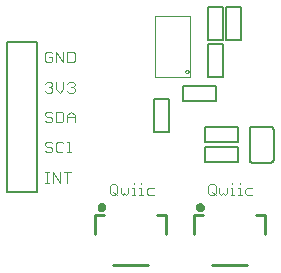
<source format=gbr>
G04 EAGLE Gerber RS-274X export*
G75*
%MOMM*%
%FSLAX34Y34*%
%LPD*%
%INSilkscreen Top*%
%IPPOS*%
%AMOC8*
5,1,8,0,0,1.08239X$1,22.5*%
G01*
%ADD10C,0.101600*%
%ADD11C,0.400000*%
%ADD12C,0.254000*%
%ADD13C,0.152400*%
%ADD14C,0.127000*%
%ADD15C,0.050800*%


D10*
X34290Y75184D02*
X37341Y75184D01*
X35815Y75184D02*
X35815Y84336D01*
X34290Y84336D02*
X37341Y84336D01*
X40527Y84336D02*
X40527Y75184D01*
X46628Y75184D02*
X40527Y84336D01*
X46628Y84336D02*
X46628Y75184D01*
X52933Y75184D02*
X52933Y84336D01*
X55983Y84336D02*
X49882Y84336D01*
X40391Y108973D02*
X38866Y110498D01*
X35815Y110498D01*
X34290Y108973D01*
X34290Y107447D01*
X35815Y105922D01*
X38866Y105922D01*
X40391Y104397D01*
X40391Y102871D01*
X38866Y101346D01*
X35815Y101346D01*
X34290Y102871D01*
X48221Y110498D02*
X49746Y108973D01*
X48221Y110498D02*
X45170Y110498D01*
X43645Y108973D01*
X43645Y102871D01*
X45170Y101346D01*
X48221Y101346D01*
X49746Y102871D01*
X53000Y110498D02*
X54526Y110498D01*
X54526Y101346D01*
X56051Y101346D02*
X53000Y101346D01*
X40391Y134373D02*
X38866Y135898D01*
X35815Y135898D01*
X34290Y134373D01*
X34290Y132847D01*
X35815Y131322D01*
X38866Y131322D01*
X40391Y129797D01*
X40391Y128271D01*
X38866Y126746D01*
X35815Y126746D01*
X34290Y128271D01*
X43645Y126746D02*
X43645Y135898D01*
X43645Y126746D02*
X48221Y126746D01*
X49746Y128271D01*
X49746Y134373D01*
X48221Y135898D01*
X43645Y135898D01*
X53000Y132847D02*
X53000Y126746D01*
X53000Y132847D02*
X56051Y135898D01*
X59102Y132847D01*
X59102Y126746D01*
X59102Y131322D02*
X53000Y131322D01*
X34290Y159519D02*
X35815Y161044D01*
X38866Y161044D01*
X40391Y159519D01*
X40391Y157993D01*
X38866Y156468D01*
X37341Y156468D01*
X38866Y156468D02*
X40391Y154943D01*
X40391Y153417D01*
X38866Y151892D01*
X35815Y151892D01*
X34290Y153417D01*
X43645Y154943D02*
X43645Y161044D01*
X43645Y154943D02*
X46696Y151892D01*
X49746Y154943D01*
X49746Y161044D01*
X53000Y159519D02*
X54526Y161044D01*
X57576Y161044D01*
X59102Y159519D01*
X59102Y157993D01*
X57576Y156468D01*
X56051Y156468D01*
X57576Y156468D02*
X59102Y154943D01*
X59102Y153417D01*
X57576Y151892D01*
X54526Y151892D01*
X53000Y153417D01*
X40391Y185173D02*
X38866Y186698D01*
X35815Y186698D01*
X34290Y185173D01*
X34290Y179071D01*
X35815Y177546D01*
X38866Y177546D01*
X40391Y179071D01*
X40391Y182122D01*
X37341Y182122D01*
X43645Y177546D02*
X43645Y186698D01*
X49746Y177546D01*
X49746Y186698D01*
X53000Y186698D02*
X53000Y177546D01*
X57576Y177546D01*
X59102Y179071D01*
X59102Y185173D01*
X57576Y186698D01*
X53000Y186698D01*
X88900Y72651D02*
X88900Y66549D01*
X88900Y72651D02*
X90425Y74176D01*
X93476Y74176D01*
X95001Y72651D01*
X95001Y66549D01*
X93476Y65024D01*
X90425Y65024D01*
X88900Y66549D01*
X91951Y68075D02*
X95001Y65024D01*
X98255Y66549D02*
X98255Y71125D01*
X98255Y66549D02*
X99780Y65024D01*
X101306Y66549D01*
X102831Y65024D01*
X104356Y66549D01*
X104356Y71125D01*
X107610Y71125D02*
X109136Y71125D01*
X109136Y65024D01*
X110661Y65024D02*
X107610Y65024D01*
X109136Y74176D02*
X109136Y75701D01*
X113847Y71125D02*
X115372Y71125D01*
X115372Y65024D01*
X113847Y65024D02*
X116898Y65024D01*
X115372Y74176D02*
X115372Y75701D01*
X121609Y71125D02*
X126185Y71125D01*
X121609Y71125D02*
X120084Y69600D01*
X120084Y66549D01*
X121609Y65024D01*
X126185Y65024D01*
X172466Y66549D02*
X172466Y72651D01*
X173991Y74176D01*
X177042Y74176D01*
X178567Y72651D01*
X178567Y66549D01*
X177042Y65024D01*
X173991Y65024D01*
X172466Y66549D01*
X175517Y68075D02*
X178567Y65024D01*
X181821Y66549D02*
X181821Y71125D01*
X181821Y66549D02*
X183346Y65024D01*
X184872Y66549D01*
X186397Y65024D01*
X187922Y66549D01*
X187922Y71125D01*
X191176Y71125D02*
X192702Y71125D01*
X192702Y65024D01*
X194227Y65024D02*
X191176Y65024D01*
X192702Y74176D02*
X192702Y75701D01*
X197413Y71125D02*
X198938Y71125D01*
X198938Y65024D01*
X197413Y65024D02*
X200464Y65024D01*
X198938Y74176D02*
X198938Y75701D01*
X205175Y71125D02*
X209751Y71125D01*
X205175Y71125D02*
X203650Y69600D01*
X203650Y66549D01*
X205175Y65024D01*
X209751Y65024D01*
D11*
X80266Y55000D02*
X80268Y55075D01*
X80274Y55149D01*
X80284Y55223D01*
X80297Y55296D01*
X80315Y55369D01*
X80336Y55440D01*
X80361Y55511D01*
X80390Y55580D01*
X80423Y55647D01*
X80459Y55712D01*
X80498Y55776D01*
X80540Y55837D01*
X80586Y55896D01*
X80635Y55953D01*
X80687Y56006D01*
X80741Y56057D01*
X80798Y56106D01*
X80858Y56150D01*
X80920Y56192D01*
X80984Y56231D01*
X81050Y56266D01*
X81117Y56297D01*
X81187Y56325D01*
X81257Y56349D01*
X81329Y56370D01*
X81402Y56386D01*
X81475Y56399D01*
X81550Y56408D01*
X81624Y56413D01*
X81699Y56414D01*
X81773Y56411D01*
X81848Y56404D01*
X81921Y56393D01*
X81995Y56379D01*
X82067Y56360D01*
X82138Y56338D01*
X82208Y56312D01*
X82277Y56282D01*
X82343Y56249D01*
X82408Y56212D01*
X82471Y56172D01*
X82532Y56128D01*
X82590Y56082D01*
X82646Y56032D01*
X82699Y55980D01*
X82750Y55925D01*
X82797Y55867D01*
X82841Y55807D01*
X82882Y55744D01*
X82920Y55680D01*
X82954Y55614D01*
X82985Y55545D01*
X83012Y55476D01*
X83035Y55405D01*
X83054Y55333D01*
X83070Y55260D01*
X83082Y55186D01*
X83090Y55112D01*
X83094Y55037D01*
X83094Y54963D01*
X83090Y54888D01*
X83082Y54814D01*
X83070Y54740D01*
X83054Y54667D01*
X83035Y54595D01*
X83012Y54524D01*
X82985Y54455D01*
X82954Y54386D01*
X82920Y54320D01*
X82882Y54256D01*
X82841Y54193D01*
X82797Y54133D01*
X82750Y54075D01*
X82699Y54020D01*
X82646Y53968D01*
X82590Y53918D01*
X82532Y53872D01*
X82471Y53828D01*
X82408Y53788D01*
X82343Y53751D01*
X82277Y53718D01*
X82208Y53688D01*
X82138Y53662D01*
X82067Y53640D01*
X81995Y53621D01*
X81921Y53607D01*
X81848Y53596D01*
X81773Y53589D01*
X81699Y53586D01*
X81624Y53587D01*
X81550Y53592D01*
X81475Y53601D01*
X81402Y53614D01*
X81329Y53630D01*
X81257Y53651D01*
X81187Y53675D01*
X81117Y53703D01*
X81050Y53734D01*
X80984Y53769D01*
X80920Y53808D01*
X80858Y53850D01*
X80798Y53894D01*
X80741Y53943D01*
X80687Y53994D01*
X80635Y54047D01*
X80586Y54104D01*
X80540Y54163D01*
X80498Y54224D01*
X80459Y54288D01*
X80423Y54353D01*
X80390Y54420D01*
X80361Y54489D01*
X80336Y54560D01*
X80315Y54631D01*
X80297Y54704D01*
X80284Y54777D01*
X80274Y54851D01*
X80268Y54925D01*
X80266Y55000D01*
D12*
X91680Y6000D02*
X121680Y6000D01*
X76680Y32000D02*
X76680Y48500D01*
X129180Y48500D02*
X136680Y48500D01*
X136680Y32000D01*
X84180Y48500D02*
X76680Y48500D01*
D11*
X163832Y55000D02*
X163834Y55075D01*
X163840Y55149D01*
X163850Y55223D01*
X163863Y55296D01*
X163881Y55369D01*
X163902Y55440D01*
X163927Y55511D01*
X163956Y55580D01*
X163989Y55647D01*
X164025Y55712D01*
X164064Y55776D01*
X164106Y55837D01*
X164152Y55896D01*
X164201Y55953D01*
X164253Y56006D01*
X164307Y56057D01*
X164364Y56106D01*
X164424Y56150D01*
X164486Y56192D01*
X164550Y56231D01*
X164616Y56266D01*
X164683Y56297D01*
X164753Y56325D01*
X164823Y56349D01*
X164895Y56370D01*
X164968Y56386D01*
X165041Y56399D01*
X165116Y56408D01*
X165190Y56413D01*
X165265Y56414D01*
X165339Y56411D01*
X165414Y56404D01*
X165487Y56393D01*
X165561Y56379D01*
X165633Y56360D01*
X165704Y56338D01*
X165774Y56312D01*
X165843Y56282D01*
X165909Y56249D01*
X165974Y56212D01*
X166037Y56172D01*
X166098Y56128D01*
X166156Y56082D01*
X166212Y56032D01*
X166265Y55980D01*
X166316Y55925D01*
X166363Y55867D01*
X166407Y55807D01*
X166448Y55744D01*
X166486Y55680D01*
X166520Y55614D01*
X166551Y55545D01*
X166578Y55476D01*
X166601Y55405D01*
X166620Y55333D01*
X166636Y55260D01*
X166648Y55186D01*
X166656Y55112D01*
X166660Y55037D01*
X166660Y54963D01*
X166656Y54888D01*
X166648Y54814D01*
X166636Y54740D01*
X166620Y54667D01*
X166601Y54595D01*
X166578Y54524D01*
X166551Y54455D01*
X166520Y54386D01*
X166486Y54320D01*
X166448Y54256D01*
X166407Y54193D01*
X166363Y54133D01*
X166316Y54075D01*
X166265Y54020D01*
X166212Y53968D01*
X166156Y53918D01*
X166098Y53872D01*
X166037Y53828D01*
X165974Y53788D01*
X165909Y53751D01*
X165843Y53718D01*
X165774Y53688D01*
X165704Y53662D01*
X165633Y53640D01*
X165561Y53621D01*
X165487Y53607D01*
X165414Y53596D01*
X165339Y53589D01*
X165265Y53586D01*
X165190Y53587D01*
X165116Y53592D01*
X165041Y53601D01*
X164968Y53614D01*
X164895Y53630D01*
X164823Y53651D01*
X164753Y53675D01*
X164683Y53703D01*
X164616Y53734D01*
X164550Y53769D01*
X164486Y53808D01*
X164424Y53850D01*
X164364Y53894D01*
X164307Y53943D01*
X164253Y53994D01*
X164201Y54047D01*
X164152Y54104D01*
X164106Y54163D01*
X164064Y54224D01*
X164025Y54288D01*
X163989Y54353D01*
X163956Y54420D01*
X163927Y54489D01*
X163902Y54560D01*
X163881Y54631D01*
X163863Y54704D01*
X163850Y54777D01*
X163840Y54851D01*
X163834Y54925D01*
X163832Y55000D01*
D12*
X175246Y6000D02*
X205246Y6000D01*
X160246Y32000D02*
X160246Y48500D01*
X212746Y48500D02*
X220246Y48500D01*
X220246Y32000D01*
X167746Y48500D02*
X160246Y48500D01*
D13*
X207264Y95250D02*
X207264Y120650D01*
X227584Y95250D02*
X227582Y95150D01*
X227576Y95051D01*
X227566Y94951D01*
X227553Y94853D01*
X227535Y94754D01*
X227514Y94657D01*
X227489Y94561D01*
X227460Y94465D01*
X227427Y94371D01*
X227391Y94278D01*
X227351Y94187D01*
X227307Y94097D01*
X227260Y94009D01*
X227210Y93923D01*
X227156Y93839D01*
X227099Y93757D01*
X227039Y93678D01*
X226975Y93600D01*
X226909Y93526D01*
X226840Y93454D01*
X226768Y93385D01*
X226694Y93319D01*
X226616Y93255D01*
X226537Y93195D01*
X226455Y93138D01*
X226371Y93084D01*
X226285Y93034D01*
X226197Y92987D01*
X226107Y92943D01*
X226016Y92903D01*
X225923Y92867D01*
X225829Y92834D01*
X225733Y92805D01*
X225637Y92780D01*
X225540Y92759D01*
X225441Y92741D01*
X225343Y92728D01*
X225243Y92718D01*
X225144Y92712D01*
X225044Y92710D01*
X227584Y120650D02*
X227582Y120750D01*
X227576Y120849D01*
X227566Y120949D01*
X227553Y121047D01*
X227535Y121146D01*
X227514Y121243D01*
X227489Y121339D01*
X227460Y121435D01*
X227427Y121529D01*
X227391Y121622D01*
X227351Y121713D01*
X227307Y121803D01*
X227260Y121891D01*
X227210Y121977D01*
X227156Y122061D01*
X227099Y122143D01*
X227039Y122222D01*
X226975Y122300D01*
X226909Y122374D01*
X226840Y122446D01*
X226768Y122515D01*
X226694Y122581D01*
X226616Y122645D01*
X226537Y122705D01*
X226455Y122762D01*
X226371Y122816D01*
X226285Y122866D01*
X226197Y122913D01*
X226107Y122957D01*
X226016Y122997D01*
X225923Y123033D01*
X225829Y123066D01*
X225733Y123095D01*
X225637Y123120D01*
X225540Y123141D01*
X225441Y123159D01*
X225343Y123172D01*
X225243Y123182D01*
X225144Y123188D01*
X225044Y123190D01*
X209804Y123190D02*
X209704Y123188D01*
X209605Y123182D01*
X209505Y123172D01*
X209407Y123159D01*
X209308Y123141D01*
X209211Y123120D01*
X209115Y123095D01*
X209019Y123066D01*
X208925Y123033D01*
X208832Y122997D01*
X208741Y122957D01*
X208651Y122913D01*
X208563Y122866D01*
X208477Y122816D01*
X208393Y122762D01*
X208311Y122705D01*
X208232Y122645D01*
X208154Y122581D01*
X208080Y122515D01*
X208008Y122446D01*
X207939Y122374D01*
X207873Y122300D01*
X207809Y122222D01*
X207749Y122143D01*
X207692Y122061D01*
X207638Y121977D01*
X207588Y121891D01*
X207541Y121803D01*
X207497Y121713D01*
X207457Y121622D01*
X207421Y121529D01*
X207388Y121435D01*
X207359Y121339D01*
X207334Y121243D01*
X207313Y121146D01*
X207295Y121047D01*
X207282Y120949D01*
X207272Y120849D01*
X207266Y120750D01*
X207264Y120650D01*
X207264Y95250D02*
X207266Y95150D01*
X207272Y95051D01*
X207282Y94951D01*
X207295Y94853D01*
X207313Y94754D01*
X207334Y94657D01*
X207359Y94561D01*
X207388Y94465D01*
X207421Y94371D01*
X207457Y94278D01*
X207497Y94187D01*
X207541Y94097D01*
X207588Y94009D01*
X207638Y93923D01*
X207692Y93839D01*
X207749Y93757D01*
X207809Y93678D01*
X207873Y93600D01*
X207939Y93526D01*
X208008Y93454D01*
X208080Y93385D01*
X208154Y93319D01*
X208232Y93255D01*
X208311Y93195D01*
X208393Y93138D01*
X208477Y93084D01*
X208563Y93034D01*
X208651Y92987D01*
X208741Y92943D01*
X208832Y92903D01*
X208925Y92867D01*
X209019Y92834D01*
X209115Y92805D01*
X209211Y92780D01*
X209308Y92759D01*
X209407Y92741D01*
X209505Y92728D01*
X209605Y92718D01*
X209704Y92712D01*
X209804Y92710D01*
X225044Y92710D01*
X225044Y123190D02*
X209804Y123190D01*
X227584Y120650D02*
X227584Y95250D01*
D14*
X197612Y105664D02*
X169672Y105664D01*
X197612Y105664D02*
X197612Y92964D01*
X169672Y92964D01*
X169672Y105664D01*
X169672Y122428D02*
X197612Y122428D01*
X197612Y109728D01*
X169672Y109728D01*
X169672Y122428D01*
D15*
X157240Y164754D02*
X157240Y216754D01*
X157240Y164754D02*
X127240Y164754D01*
X127240Y216754D01*
X157240Y216754D01*
X152826Y169754D02*
X152828Y169829D01*
X152834Y169903D01*
X152844Y169977D01*
X152857Y170050D01*
X152875Y170123D01*
X152896Y170194D01*
X152921Y170265D01*
X152950Y170334D01*
X152983Y170401D01*
X153019Y170466D01*
X153058Y170530D01*
X153100Y170591D01*
X153146Y170650D01*
X153195Y170707D01*
X153247Y170760D01*
X153301Y170811D01*
X153358Y170860D01*
X153418Y170904D01*
X153480Y170946D01*
X153544Y170985D01*
X153610Y171020D01*
X153677Y171051D01*
X153747Y171079D01*
X153817Y171103D01*
X153889Y171124D01*
X153962Y171140D01*
X154035Y171153D01*
X154110Y171162D01*
X154184Y171167D01*
X154259Y171168D01*
X154333Y171165D01*
X154408Y171158D01*
X154481Y171147D01*
X154555Y171133D01*
X154627Y171114D01*
X154698Y171092D01*
X154768Y171066D01*
X154837Y171036D01*
X154903Y171003D01*
X154968Y170966D01*
X155031Y170926D01*
X155092Y170882D01*
X155150Y170836D01*
X155206Y170786D01*
X155259Y170734D01*
X155310Y170679D01*
X155357Y170621D01*
X155401Y170561D01*
X155442Y170498D01*
X155480Y170434D01*
X155514Y170368D01*
X155545Y170299D01*
X155572Y170230D01*
X155595Y170159D01*
X155614Y170087D01*
X155630Y170014D01*
X155642Y169940D01*
X155650Y169866D01*
X155654Y169791D01*
X155654Y169717D01*
X155650Y169642D01*
X155642Y169568D01*
X155630Y169494D01*
X155614Y169421D01*
X155595Y169349D01*
X155572Y169278D01*
X155545Y169209D01*
X155514Y169140D01*
X155480Y169074D01*
X155442Y169010D01*
X155401Y168947D01*
X155357Y168887D01*
X155310Y168829D01*
X155259Y168774D01*
X155206Y168722D01*
X155150Y168672D01*
X155092Y168626D01*
X155031Y168582D01*
X154968Y168542D01*
X154903Y168505D01*
X154837Y168472D01*
X154768Y168442D01*
X154698Y168416D01*
X154627Y168394D01*
X154555Y168375D01*
X154481Y168361D01*
X154408Y168350D01*
X154333Y168343D01*
X154259Y168340D01*
X154184Y168341D01*
X154110Y168346D01*
X154035Y168355D01*
X153962Y168368D01*
X153889Y168384D01*
X153817Y168405D01*
X153747Y168429D01*
X153677Y168457D01*
X153610Y168488D01*
X153544Y168523D01*
X153480Y168562D01*
X153418Y168604D01*
X153358Y168648D01*
X153301Y168697D01*
X153247Y168748D01*
X153195Y168801D01*
X153146Y168858D01*
X153100Y168917D01*
X153058Y168978D01*
X153019Y169042D01*
X152983Y169107D01*
X152950Y169174D01*
X152921Y169243D01*
X152896Y169314D01*
X152875Y169385D01*
X152857Y169458D01*
X152844Y169531D01*
X152834Y169605D01*
X152828Y169679D01*
X152826Y169754D01*
D14*
X200152Y196088D02*
X200152Y224028D01*
X200152Y196088D02*
X187452Y196088D01*
X187452Y224028D01*
X200152Y224028D01*
X185166Y224028D02*
X185166Y196088D01*
X172466Y196088D01*
X172466Y224028D01*
X185166Y224028D01*
X172466Y193294D02*
X172466Y165354D01*
X172466Y193294D02*
X185166Y193294D01*
X185166Y165354D01*
X172466Y165354D01*
X139446Y146558D02*
X139446Y118618D01*
X126746Y118618D01*
X126746Y146558D01*
X139446Y146558D01*
X27700Y68100D02*
X2300Y68100D01*
X2300Y195100D01*
X27700Y195100D01*
X27700Y68100D01*
X150622Y157480D02*
X178562Y157480D01*
X178562Y144780D01*
X150622Y144780D01*
X150622Y157480D01*
M02*

</source>
